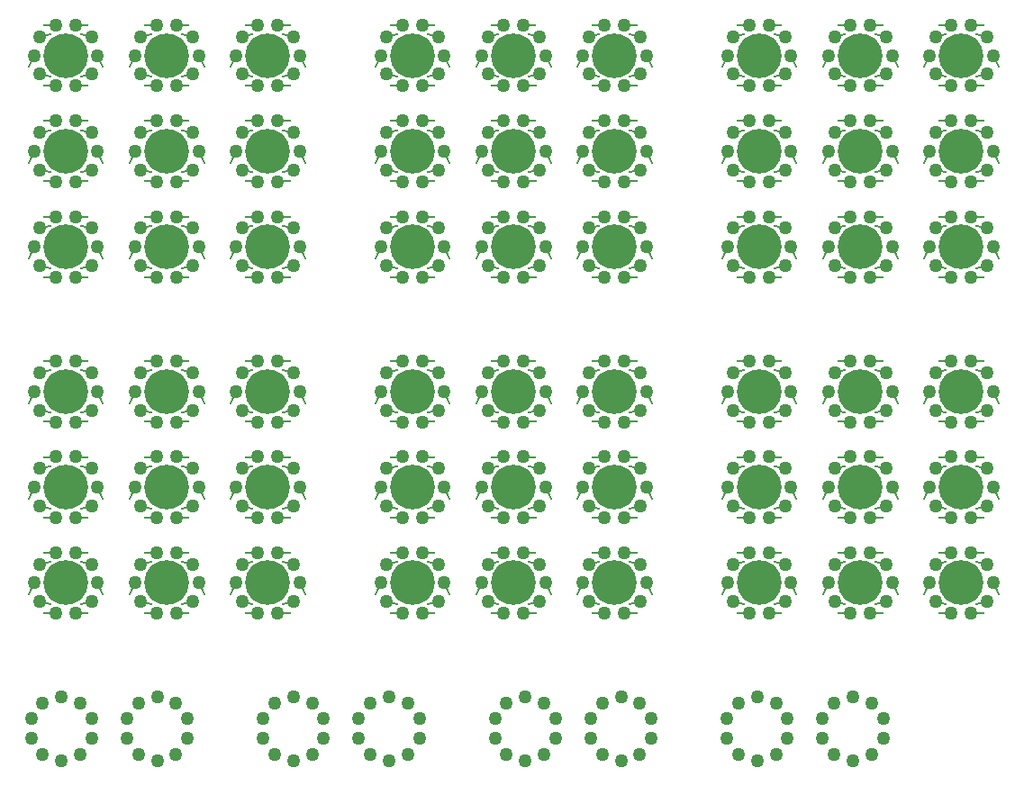
<source format=gtl>
G04 #@! TF.GenerationSoftware,KiCad,Pcbnew,7.0.11*
G04 #@! TF.CreationDate,2024-05-30T18:22:33+10:00*
G04 #@! TF.ProjectId,PercPlugPanel_v1.02,50657263-506c-4756-9750-616e656c5f76,rev?*
G04 #@! TF.SameCoordinates,Original*
G04 #@! TF.FileFunction,Copper,L1,Top*
G04 #@! TF.FilePolarity,Positive*
%FSLAX46Y46*%
G04 Gerber Fmt 4.6, Leading zero omitted, Abs format (unit mm)*
G04 Created by KiCad (PCBNEW 7.0.11) date 2024-05-30 18:22:33*
%MOMM*%
%LPD*%
G01*
G04 APERTURE LIST*
G04 Aperture macros list*
%AMRoundRect*
0 Rectangle with rounded corners*
0 $1 Rounding radius*
0 $2 $3 $4 $5 $6 $7 $8 $9 X,Y pos of 4 corners*
0 Add a 4 corners polygon primitive as box body*
4,1,4,$2,$3,$4,$5,$6,$7,$8,$9,$2,$3,0*
0 Add four circle primitives for the rounded corners*
1,1,$1+$1,$2,$3*
1,1,$1+$1,$4,$5*
1,1,$1+$1,$6,$7*
1,1,$1+$1,$8,$9*
0 Add four rect primitives between the rounded corners*
20,1,$1+$1,$2,$3,$4,$5,0*
20,1,$1+$1,$4,$5,$6,$7,0*
20,1,$1+$1,$6,$7,$8,$9,0*
20,1,$1+$1,$8,$9,$2,$3,0*%
G04 Aperture macros list end*
G04 #@! TA.AperFunction,ComponentPad*
%ADD10C,1.270000*%
G04 #@! TD*
G04 #@! TA.AperFunction,SMDPad,CuDef*
%ADD11RoundRect,0.635000X0.000000X0.000000X0.000000X0.000000X0.000000X0.000000X0.000000X0.000000X0*%
G04 #@! TD*
G04 #@! TA.AperFunction,SMDPad,CuDef*
%ADD12RoundRect,2.100000X0.000000X0.000000X0.000000X0.000000X0.000000X0.000000X0.000000X0.000000X0*%
G04 #@! TD*
G04 #@! TA.AperFunction,ComponentPad*
%ADD13C,0.254000*%
G04 #@! TD*
G04 #@! TA.AperFunction,Conductor*
%ADD14C,0.152400*%
G04 #@! TD*
G04 APERTURE END LIST*
D10*
X87548890Y-120222297D03*
X88638705Y-121722297D03*
X90402058Y-122295247D03*
X92165411Y-121722297D03*
X93255226Y-120222297D03*
X93255226Y-118368197D03*
X92165411Y-116868197D03*
X90402058Y-116295247D03*
X88638705Y-116868197D03*
X87548890Y-118368197D03*
X62457689Y-118372947D03*
X61367874Y-116872947D03*
X59604521Y-116299997D03*
X57841168Y-116872947D03*
X56751353Y-118372947D03*
X56751353Y-120227047D03*
X57841168Y-121727047D03*
X59604521Y-122299997D03*
X61367874Y-121727047D03*
X62457689Y-120227047D03*
D11*
X68572950Y-62146832D03*
X67072950Y-63236647D03*
X66500000Y-65000000D03*
X67072950Y-66763353D03*
X68572950Y-67853168D03*
X70427050Y-67853168D03*
X71927050Y-66763353D03*
X72500000Y-65000000D03*
X71927050Y-63236647D03*
X70427050Y-62146832D03*
D12*
X69500000Y-65000000D03*
D13*
X67441404Y-62168882D03*
X68059929Y-63017910D03*
X66000000Y-66082268D03*
X68059929Y-66982090D03*
X67442610Y-67831996D03*
X71557103Y-67831118D03*
X70940071Y-66982090D03*
X73000000Y-66080846D03*
X70940071Y-63017910D03*
X71555896Y-62168004D03*
D11*
X143272950Y-71146832D03*
X141772950Y-72236647D03*
X141200000Y-74000000D03*
X141772950Y-75763353D03*
X143272950Y-76853168D03*
X145127050Y-76853168D03*
X146627050Y-75763353D03*
X147200000Y-74000000D03*
X146627050Y-72236647D03*
X145127050Y-71146832D03*
D12*
X144200000Y-74000000D03*
D13*
X142141404Y-71168882D03*
X142759929Y-72017910D03*
X140700000Y-75082268D03*
X142759929Y-75982090D03*
X142142610Y-76831996D03*
X146257103Y-76831118D03*
X145640071Y-75982090D03*
X147700000Y-75080846D03*
X145640071Y-72017910D03*
X146255896Y-71168004D03*
D11*
X59072951Y-84746832D03*
X57572951Y-85836647D03*
X57000001Y-87600000D03*
X57572951Y-89363353D03*
X59072951Y-90453168D03*
X60927051Y-90453168D03*
X62427051Y-89363353D03*
X63000001Y-87600000D03*
X62427051Y-85836647D03*
X60927051Y-84746832D03*
D12*
X60000001Y-87600000D03*
D13*
X57941405Y-84768882D03*
X58559930Y-85617910D03*
X56500001Y-88682268D03*
X58559930Y-89582090D03*
X57942611Y-90431996D03*
X62057104Y-90431118D03*
X61440072Y-89582090D03*
X63500001Y-88680846D03*
X61440072Y-85617910D03*
X62055897Y-84768004D03*
D11*
X101172950Y-93746832D03*
X99672950Y-94836647D03*
X99100000Y-96600000D03*
X99672950Y-98363353D03*
X101172950Y-99453168D03*
X103027050Y-99453168D03*
X104527050Y-98363353D03*
X105100000Y-96600000D03*
X104527050Y-94836647D03*
X103027050Y-93746832D03*
D12*
X102100000Y-96600000D03*
D13*
X100041404Y-93768882D03*
X100659929Y-94617910D03*
X98600000Y-97682268D03*
X100659929Y-98582090D03*
X100042610Y-99431996D03*
X104157103Y-99431118D03*
X103540071Y-98582090D03*
X105600000Y-97680846D03*
X103540071Y-94617910D03*
X104155896Y-93768004D03*
D11*
X124272951Y-84746832D03*
X122772951Y-85836647D03*
X122200001Y-87600000D03*
X122772951Y-89363353D03*
X124272951Y-90453168D03*
X126127051Y-90453168D03*
X127627051Y-89363353D03*
X128200001Y-87600000D03*
X127627051Y-85836647D03*
X126127051Y-84746832D03*
D12*
X125200001Y-87600000D03*
D13*
X123141405Y-84768882D03*
X123759930Y-85617910D03*
X121700001Y-88682268D03*
X123759930Y-89582090D03*
X123142611Y-90431996D03*
X127257104Y-90431118D03*
X126640072Y-89582090D03*
X128700001Y-88680846D03*
X126640072Y-85617910D03*
X127255897Y-84768004D03*
D11*
X78072950Y-84746832D03*
X76572950Y-85836647D03*
X76000000Y-87600000D03*
X76572950Y-89363353D03*
X78072950Y-90453168D03*
X79927050Y-90453168D03*
X81427050Y-89363353D03*
X82000000Y-87600000D03*
X81427050Y-85836647D03*
X79927050Y-84746832D03*
D12*
X79000000Y-87600000D03*
D13*
X76941404Y-84768882D03*
X77559929Y-85617910D03*
X75500000Y-88682268D03*
X77559929Y-89582090D03*
X76942610Y-90431996D03*
X81057103Y-90431118D03*
X80440071Y-89582090D03*
X82500000Y-88680846D03*
X80440071Y-85617910D03*
X81055896Y-84768004D03*
D11*
X101172950Y-84746832D03*
X99672950Y-85836647D03*
X99100000Y-87600000D03*
X99672950Y-89363353D03*
X101172950Y-90453168D03*
X103027050Y-90453168D03*
X104527050Y-89363353D03*
X105100000Y-87600000D03*
X104527050Y-85836647D03*
X103027050Y-84746832D03*
D12*
X102100000Y-87600000D03*
D13*
X100041404Y-84768882D03*
X100659929Y-85617910D03*
X98600000Y-88682268D03*
X100659929Y-89582090D03*
X100042610Y-90431996D03*
X104157103Y-90431118D03*
X103540071Y-89582090D03*
X105600000Y-88680846D03*
X103540071Y-85617910D03*
X104155896Y-84768004D03*
D11*
X133772950Y-71146832D03*
X132272950Y-72236647D03*
X131700000Y-74000000D03*
X132272950Y-75763353D03*
X133772950Y-76853168D03*
X135627050Y-76853168D03*
X137127050Y-75763353D03*
X137700000Y-74000000D03*
X137127050Y-72236647D03*
X135627050Y-71146832D03*
D12*
X134700000Y-74000000D03*
D13*
X132641404Y-71168882D03*
X133259929Y-72017910D03*
X131200000Y-75082268D03*
X133259929Y-75982090D03*
X132642610Y-76831996D03*
X136757103Y-76831118D03*
X136140071Y-75982090D03*
X138200000Y-75080846D03*
X136140071Y-72017910D03*
X136755896Y-71168004D03*
D11*
X78072950Y-93746832D03*
X76572950Y-94836647D03*
X76000000Y-96600000D03*
X76572950Y-98363353D03*
X78072950Y-99453168D03*
X79927050Y-99453168D03*
X81427050Y-98363353D03*
X82000000Y-96600000D03*
X81427050Y-94836647D03*
X79927050Y-93746832D03*
D12*
X79000000Y-96600000D03*
D13*
X76941404Y-93768882D03*
X77559929Y-94617910D03*
X75500000Y-97682268D03*
X77559929Y-98582090D03*
X76942610Y-99431996D03*
X81057103Y-99431118D03*
X80440071Y-98582090D03*
X82500000Y-97680846D03*
X80440071Y-94617910D03*
X81055896Y-93768004D03*
D10*
X127857689Y-118372947D03*
X126767874Y-116872947D03*
X125004521Y-116299997D03*
X123241168Y-116872947D03*
X122151353Y-118372947D03*
X122151353Y-120227047D03*
X123241168Y-121727047D03*
X125004521Y-122299997D03*
X126767874Y-121727047D03*
X127857689Y-120227047D03*
D11*
X143272950Y-53146832D03*
X141772950Y-54236647D03*
X141200000Y-56000000D03*
X141772950Y-57763353D03*
X143272950Y-58853168D03*
X145127050Y-58853168D03*
X146627050Y-57763353D03*
X147200000Y-56000000D03*
X146627050Y-54236647D03*
X145127050Y-53146832D03*
D12*
X144200000Y-56000000D03*
D13*
X142141404Y-53168882D03*
X142759929Y-54017910D03*
X140700000Y-57082268D03*
X142759929Y-57982090D03*
X142142610Y-58831996D03*
X146257103Y-58831118D03*
X145640071Y-57982090D03*
X147700000Y-57080846D03*
X145640071Y-54017910D03*
X146255896Y-53168004D03*
D11*
X124272951Y-53146832D03*
X122772951Y-54236647D03*
X122200001Y-56000000D03*
X122772951Y-57763353D03*
X124272951Y-58853168D03*
X126127051Y-58853168D03*
X127627051Y-57763353D03*
X128200001Y-56000000D03*
X127627051Y-54236647D03*
X126127051Y-53146832D03*
D12*
X125200001Y-56000000D03*
D13*
X123141405Y-53168882D03*
X123759930Y-54017910D03*
X121700001Y-57082268D03*
X123759930Y-57982090D03*
X123142611Y-58831996D03*
X127257104Y-58831118D03*
X126640072Y-57982090D03*
X128700001Y-57080846D03*
X126640072Y-54017910D03*
X127255897Y-53168004D03*
D11*
X124272951Y-62146832D03*
X122772951Y-63236647D03*
X122200001Y-65000000D03*
X122772951Y-66763353D03*
X124272951Y-67853168D03*
X126127051Y-67853168D03*
X127627051Y-66763353D03*
X128200001Y-65000000D03*
X127627051Y-63236647D03*
X126127051Y-62146832D03*
D12*
X125200001Y-65000000D03*
D13*
X123141405Y-62168882D03*
X123759930Y-63017910D03*
X121700001Y-66082268D03*
X123759930Y-66982090D03*
X123142611Y-67831996D03*
X127257104Y-67831118D03*
X126640072Y-66982090D03*
X128700001Y-66080846D03*
X126640072Y-63017910D03*
X127255897Y-62168004D03*
D11*
X91672951Y-93746832D03*
X90172951Y-94836647D03*
X89600001Y-96600000D03*
X90172951Y-98363353D03*
X91672951Y-99453168D03*
X93527051Y-99453168D03*
X95027051Y-98363353D03*
X95600001Y-96600000D03*
X95027051Y-94836647D03*
X93527051Y-93746832D03*
D12*
X92600001Y-96600000D03*
D13*
X90541405Y-93768882D03*
X91159930Y-94617910D03*
X89100001Y-97682268D03*
X91159930Y-98582090D03*
X90542611Y-99431996D03*
X94657104Y-99431118D03*
X94040072Y-98582090D03*
X96100001Y-97680846D03*
X94040072Y-94617910D03*
X94655897Y-93768004D03*
D11*
X133772950Y-93746832D03*
X132272950Y-94836647D03*
X131700000Y-96600000D03*
X132272950Y-98363353D03*
X133772950Y-99453168D03*
X135627050Y-99453168D03*
X137127050Y-98363353D03*
X137700000Y-96600000D03*
X137127050Y-94836647D03*
X135627050Y-93746832D03*
D12*
X134700000Y-96600000D03*
D13*
X132641404Y-93768882D03*
X133259929Y-94617910D03*
X131200000Y-97682268D03*
X133259929Y-98582090D03*
X132642610Y-99431996D03*
X136757103Y-99431118D03*
X136140071Y-98582090D03*
X138200000Y-97680846D03*
X136140071Y-94617910D03*
X136755896Y-93768004D03*
D11*
X143272950Y-102746832D03*
X141772950Y-103836647D03*
X141200000Y-105600000D03*
X141772950Y-107363353D03*
X143272950Y-108453168D03*
X145127050Y-108453168D03*
X146627050Y-107363353D03*
X147200000Y-105600000D03*
X146627050Y-103836647D03*
X145127050Y-102746832D03*
D12*
X144200000Y-105600000D03*
D13*
X142141404Y-102768882D03*
X142759929Y-103617910D03*
X140700000Y-106682268D03*
X142759929Y-107582090D03*
X142142610Y-108431996D03*
X146257103Y-108431118D03*
X145640071Y-107582090D03*
X147700000Y-106680846D03*
X145640071Y-103617910D03*
X146255896Y-102768004D03*
D11*
X133772950Y-62146832D03*
X132272950Y-63236647D03*
X131700000Y-65000000D03*
X132272950Y-66763353D03*
X133772950Y-67853168D03*
X135627050Y-67853168D03*
X137127050Y-66763353D03*
X137700000Y-65000000D03*
X137127050Y-63236647D03*
X135627050Y-62146832D03*
D12*
X134700000Y-65000000D03*
D13*
X132641404Y-62168882D03*
X133259929Y-63017910D03*
X131200000Y-66082268D03*
X133259929Y-66982090D03*
X132642610Y-67831996D03*
X136757103Y-67831118D03*
X136140071Y-66982090D03*
X138200000Y-66080846D03*
X136140071Y-63017910D03*
X136755896Y-62168004D03*
D10*
X106057689Y-118372947D03*
X104967874Y-116872947D03*
X103204521Y-116299997D03*
X101441168Y-116872947D03*
X100351353Y-118372947D03*
X100351353Y-120227047D03*
X101441168Y-121727047D03*
X103204521Y-122299997D03*
X104967874Y-121727047D03*
X106057689Y-120227047D03*
D11*
X124272951Y-71146832D03*
X122772951Y-72236647D03*
X122200001Y-74000000D03*
X122772951Y-75763353D03*
X124272951Y-76853168D03*
X126127051Y-76853168D03*
X127627051Y-75763353D03*
X128200001Y-74000000D03*
X127627051Y-72236647D03*
X126127051Y-71146832D03*
D12*
X125200001Y-74000000D03*
D13*
X123141405Y-71168882D03*
X123759930Y-72017910D03*
X121700001Y-75082268D03*
X123759930Y-75982090D03*
X123142611Y-76831996D03*
X127257104Y-76831118D03*
X126640072Y-75982090D03*
X128700001Y-75080846D03*
X126640072Y-72017910D03*
X127255897Y-71168004D03*
D11*
X133772950Y-102746832D03*
X132272950Y-103836647D03*
X131700000Y-105600000D03*
X132272950Y-107363353D03*
X133772950Y-108453168D03*
X135627050Y-108453168D03*
X137127050Y-107363353D03*
X137700000Y-105600000D03*
X137127050Y-103836647D03*
X135627050Y-102746832D03*
D12*
X134700000Y-105600000D03*
D13*
X132641404Y-102768882D03*
X133259929Y-103617910D03*
X131200000Y-106682268D03*
X133259929Y-107582090D03*
X132642610Y-108431996D03*
X136757103Y-108431118D03*
X136140071Y-107582090D03*
X138200000Y-106680846D03*
X136140071Y-103617910D03*
X136755896Y-102768004D03*
D11*
X110672950Y-62146832D03*
X109172950Y-63236647D03*
X108600000Y-65000000D03*
X109172950Y-66763353D03*
X110672950Y-67853168D03*
X112527050Y-67853168D03*
X114027050Y-66763353D03*
X114600000Y-65000000D03*
X114027050Y-63236647D03*
X112527050Y-62146832D03*
D12*
X111600000Y-65000000D03*
D13*
X109541404Y-62168882D03*
X110159929Y-63017910D03*
X108100000Y-66082268D03*
X110159929Y-66982090D03*
X109542610Y-67831996D03*
X113657103Y-67831118D03*
X113040071Y-66982090D03*
X115100000Y-66080846D03*
X113040071Y-63017910D03*
X113655896Y-62168004D03*
D11*
X91672951Y-102746832D03*
X90172951Y-103836647D03*
X89600001Y-105600000D03*
X90172951Y-107363353D03*
X91672951Y-108453168D03*
X93527051Y-108453168D03*
X95027051Y-107363353D03*
X95600001Y-105600000D03*
X95027051Y-103836647D03*
X93527051Y-102746832D03*
D12*
X92600001Y-105600000D03*
D13*
X90541405Y-102768882D03*
X91159930Y-103617910D03*
X89100001Y-106682268D03*
X91159930Y-107582090D03*
X90542611Y-108431996D03*
X94657104Y-108431118D03*
X94040072Y-107582090D03*
X96100001Y-106680846D03*
X94040072Y-103617910D03*
X94655897Y-102768004D03*
D10*
X131148890Y-120222297D03*
X132238705Y-121722297D03*
X134002058Y-122295247D03*
X135765411Y-121722297D03*
X136855226Y-120222297D03*
X136855226Y-118368197D03*
X135765411Y-116868197D03*
X134002058Y-116295247D03*
X132238705Y-116868197D03*
X131148890Y-118368197D03*
D11*
X110672950Y-53146832D03*
X109172950Y-54236647D03*
X108600000Y-56000000D03*
X109172950Y-57763353D03*
X110672950Y-58853168D03*
X112527050Y-58853168D03*
X114027050Y-57763353D03*
X114600000Y-56000000D03*
X114027050Y-54236647D03*
X112527050Y-53146832D03*
D12*
X111600000Y-56000000D03*
D13*
X109541404Y-53168882D03*
X110159929Y-54017910D03*
X108100000Y-57082268D03*
X110159929Y-57982090D03*
X109542610Y-58831996D03*
X113657103Y-58831118D03*
X113040071Y-57982090D03*
X115100000Y-57080846D03*
X113040071Y-54017910D03*
X113655896Y-53168004D03*
D11*
X91672951Y-71146832D03*
X90172951Y-72236647D03*
X89600001Y-74000000D03*
X90172951Y-75763353D03*
X91672951Y-76853168D03*
X93527051Y-76853168D03*
X95027051Y-75763353D03*
X95600001Y-74000000D03*
X95027051Y-72236647D03*
X93527051Y-71146832D03*
D12*
X92600001Y-74000000D03*
D13*
X90541405Y-71168882D03*
X91159930Y-72017910D03*
X89100001Y-75082268D03*
X91159930Y-75982090D03*
X90542611Y-76831996D03*
X94657104Y-76831118D03*
X94040072Y-75982090D03*
X96100001Y-75080846D03*
X94040072Y-72017910D03*
X94655897Y-71168004D03*
D11*
X68572950Y-84746832D03*
X67072950Y-85836647D03*
X66500000Y-87600000D03*
X67072950Y-89363353D03*
X68572950Y-90453168D03*
X70427050Y-90453168D03*
X71927050Y-89363353D03*
X72500000Y-87600000D03*
X71927050Y-85836647D03*
X70427050Y-84746832D03*
D12*
X69500000Y-87600000D03*
D13*
X67441404Y-84768882D03*
X68059929Y-85617910D03*
X66000000Y-88682268D03*
X68059929Y-89582090D03*
X67442610Y-90431996D03*
X71557103Y-90431118D03*
X70940071Y-89582090D03*
X73000000Y-88680846D03*
X70940071Y-85617910D03*
X71555896Y-84768004D03*
D11*
X59072951Y-71146832D03*
X57572951Y-72236647D03*
X57000001Y-74000000D03*
X57572951Y-75763353D03*
X59072951Y-76853168D03*
X60927051Y-76853168D03*
X62427051Y-75763353D03*
X63000001Y-74000000D03*
X62427051Y-72236647D03*
X60927051Y-71146832D03*
D12*
X60000001Y-74000000D03*
D13*
X57941405Y-71168882D03*
X58559930Y-72017910D03*
X56500001Y-75082268D03*
X58559930Y-75982090D03*
X57942611Y-76831996D03*
X62057104Y-76831118D03*
X61440072Y-75982090D03*
X63500001Y-75080846D03*
X61440072Y-72017910D03*
X62055897Y-71168004D03*
D11*
X101172950Y-102746832D03*
X99672950Y-103836647D03*
X99100000Y-105600000D03*
X99672950Y-107363353D03*
X101172950Y-108453168D03*
X103027050Y-108453168D03*
X104527050Y-107363353D03*
X105100000Y-105600000D03*
X104527050Y-103836647D03*
X103027050Y-102746832D03*
D12*
X102100000Y-105600000D03*
D13*
X100041404Y-102768882D03*
X100659929Y-103617910D03*
X98600000Y-106682268D03*
X100659929Y-107582090D03*
X100042610Y-108431996D03*
X104157103Y-108431118D03*
X103540071Y-107582090D03*
X105600000Y-106680846D03*
X103540071Y-103617910D03*
X104155896Y-102768004D03*
D11*
X133772950Y-53146832D03*
X132272950Y-54236647D03*
X131700000Y-56000000D03*
X132272950Y-57763353D03*
X133772950Y-58853168D03*
X135627050Y-58853168D03*
X137127050Y-57763353D03*
X137700000Y-56000000D03*
X137127050Y-54236647D03*
X135627050Y-53146832D03*
D12*
X134700000Y-56000000D03*
D13*
X132641404Y-53168882D03*
X133259929Y-54017910D03*
X131200000Y-57082268D03*
X133259929Y-57982090D03*
X132642610Y-58831996D03*
X136757103Y-58831118D03*
X136140071Y-57982090D03*
X138200000Y-57080846D03*
X136140071Y-54017910D03*
X136755896Y-53168004D03*
D10*
X84257689Y-118372947D03*
X83167874Y-116872947D03*
X81404521Y-116299997D03*
X79641168Y-116872947D03*
X78551353Y-118372947D03*
X78551353Y-120227047D03*
X79641168Y-121727047D03*
X81404521Y-122299997D03*
X83167874Y-121727047D03*
X84257689Y-120227047D03*
D11*
X124272951Y-102746832D03*
X122772951Y-103836647D03*
X122200001Y-105600000D03*
X122772951Y-107363353D03*
X124272951Y-108453168D03*
X126127051Y-108453168D03*
X127627051Y-107363353D03*
X128200001Y-105600000D03*
X127627051Y-103836647D03*
X126127051Y-102746832D03*
D12*
X125200001Y-105600000D03*
D13*
X123141405Y-102768882D03*
X123759930Y-103617910D03*
X121700001Y-106682268D03*
X123759930Y-107582090D03*
X123142611Y-108431996D03*
X127257104Y-108431118D03*
X126640072Y-107582090D03*
X128700001Y-106680846D03*
X126640072Y-103617910D03*
X127255897Y-102768004D03*
D11*
X59072951Y-53146832D03*
X57572951Y-54236647D03*
X57000001Y-56000000D03*
X57572951Y-57763353D03*
X59072951Y-58853168D03*
X60927051Y-58853168D03*
X62427051Y-57763353D03*
X63000001Y-56000000D03*
X62427051Y-54236647D03*
X60927051Y-53146832D03*
D12*
X60000001Y-56000000D03*
D13*
X57941405Y-53168882D03*
X58559930Y-54017910D03*
X56500001Y-57082268D03*
X58559930Y-57982090D03*
X57942611Y-58831996D03*
X62057104Y-58831118D03*
X61440072Y-57982090D03*
X63500001Y-57080846D03*
X61440072Y-54017910D03*
X62055897Y-53168004D03*
D11*
X91672951Y-53146832D03*
X90172951Y-54236647D03*
X89600001Y-56000000D03*
X90172951Y-57763353D03*
X91672951Y-58853168D03*
X93527051Y-58853168D03*
X95027051Y-57763353D03*
X95600001Y-56000000D03*
X95027051Y-54236647D03*
X93527051Y-53146832D03*
D12*
X92600001Y-56000000D03*
D13*
X90541405Y-53168882D03*
X91159930Y-54017910D03*
X89100001Y-57082268D03*
X91159930Y-57982090D03*
X90542611Y-58831996D03*
X94657104Y-58831118D03*
X94040072Y-57982090D03*
X96100001Y-57080846D03*
X94040072Y-54017910D03*
X94655897Y-53168004D03*
D11*
X78072950Y-102746832D03*
X76572950Y-103836647D03*
X76000000Y-105600000D03*
X76572950Y-107363353D03*
X78072950Y-108453168D03*
X79927050Y-108453168D03*
X81427050Y-107363353D03*
X82000000Y-105600000D03*
X81427050Y-103836647D03*
X79927050Y-102746832D03*
D12*
X79000000Y-105600000D03*
D13*
X76941404Y-102768882D03*
X77559929Y-103617910D03*
X75500000Y-106682268D03*
X77559929Y-107582090D03*
X76942610Y-108431996D03*
X81057103Y-108431118D03*
X80440071Y-107582090D03*
X82500000Y-106680846D03*
X80440071Y-103617910D03*
X81055896Y-102768004D03*
D11*
X68572950Y-93746832D03*
X67072950Y-94836647D03*
X66500000Y-96600000D03*
X67072950Y-98363353D03*
X68572950Y-99453168D03*
X70427050Y-99453168D03*
X71927050Y-98363353D03*
X72500000Y-96600000D03*
X71927050Y-94836647D03*
X70427050Y-93746832D03*
D12*
X69500000Y-96600000D03*
D13*
X67441404Y-93768882D03*
X68059929Y-94617910D03*
X66000000Y-97682268D03*
X68059929Y-98582090D03*
X67442610Y-99431996D03*
X71557103Y-99431118D03*
X70940071Y-98582090D03*
X73000000Y-97680846D03*
X70940071Y-94617910D03*
X71555896Y-93768004D03*
D11*
X59072951Y-102746832D03*
X57572951Y-103836647D03*
X57000001Y-105600000D03*
X57572951Y-107363353D03*
X59072951Y-108453168D03*
X60927051Y-108453168D03*
X62427051Y-107363353D03*
X63000001Y-105600000D03*
X62427051Y-103836647D03*
X60927051Y-102746832D03*
D12*
X60000001Y-105600000D03*
D13*
X57941405Y-102768882D03*
X58559930Y-103617910D03*
X56500001Y-106682268D03*
X58559930Y-107582090D03*
X57942611Y-108431996D03*
X62057104Y-108431118D03*
X61440072Y-107582090D03*
X63500001Y-106680846D03*
X61440072Y-103617910D03*
X62055897Y-102768004D03*
D11*
X143272950Y-93746832D03*
X141772950Y-94836647D03*
X141200000Y-96600000D03*
X141772950Y-98363353D03*
X143272950Y-99453168D03*
X145127050Y-99453168D03*
X146627050Y-98363353D03*
X147200000Y-96600000D03*
X146627050Y-94836647D03*
X145127050Y-93746832D03*
D12*
X144200000Y-96600000D03*
D13*
X142141404Y-93768882D03*
X142759929Y-94617910D03*
X140700000Y-97682268D03*
X142759929Y-98582090D03*
X142142610Y-99431996D03*
X146257103Y-99431118D03*
X145640071Y-98582090D03*
X147700000Y-97680846D03*
X145640071Y-94617910D03*
X146255896Y-93768004D03*
D11*
X78072950Y-71146832D03*
X76572950Y-72236647D03*
X76000000Y-74000000D03*
X76572950Y-75763353D03*
X78072950Y-76853168D03*
X79927050Y-76853168D03*
X81427050Y-75763353D03*
X82000000Y-74000000D03*
X81427050Y-72236647D03*
X79927050Y-71146832D03*
D12*
X79000000Y-74000000D03*
D13*
X76941404Y-71168882D03*
X77559929Y-72017910D03*
X75500000Y-75082268D03*
X77559929Y-75982090D03*
X76942610Y-76831996D03*
X81057103Y-76831118D03*
X80440071Y-75982090D03*
X82500000Y-75080846D03*
X80440071Y-72017910D03*
X81055896Y-71168004D03*
D11*
X124272951Y-93746832D03*
X122772951Y-94836647D03*
X122200001Y-96600000D03*
X122772951Y-98363353D03*
X124272951Y-99453168D03*
X126127051Y-99453168D03*
X127627051Y-98363353D03*
X128200001Y-96600000D03*
X127627051Y-94836647D03*
X126127051Y-93746832D03*
D12*
X125200001Y-96600000D03*
D13*
X123141405Y-93768882D03*
X123759930Y-94617910D03*
X121700001Y-97682268D03*
X123759930Y-98582090D03*
X123142611Y-99431996D03*
X127257104Y-99431118D03*
X126640072Y-98582090D03*
X128700001Y-97680846D03*
X126640072Y-94617910D03*
X127255897Y-93768004D03*
D11*
X68572950Y-102746832D03*
X67072950Y-103836647D03*
X66500000Y-105600000D03*
X67072950Y-107363353D03*
X68572950Y-108453168D03*
X70427050Y-108453168D03*
X71927050Y-107363353D03*
X72500000Y-105600000D03*
X71927050Y-103836647D03*
X70427050Y-102746832D03*
D12*
X69500000Y-105600000D03*
D13*
X67441404Y-102768882D03*
X68059929Y-103617910D03*
X66000000Y-106682268D03*
X68059929Y-107582090D03*
X67442610Y-108431996D03*
X71557103Y-108431118D03*
X70940071Y-107582090D03*
X73000000Y-106680846D03*
X70940071Y-103617910D03*
X71555896Y-102768004D03*
D11*
X110672950Y-93746832D03*
X109172950Y-94836647D03*
X108600000Y-96600000D03*
X109172950Y-98363353D03*
X110672950Y-99453168D03*
X112527050Y-99453168D03*
X114027050Y-98363353D03*
X114600000Y-96600000D03*
X114027050Y-94836647D03*
X112527050Y-93746832D03*
D12*
X111600000Y-96600000D03*
D13*
X109541404Y-93768882D03*
X110159929Y-94617910D03*
X108100000Y-97682268D03*
X110159929Y-98582090D03*
X109542610Y-99431996D03*
X113657103Y-99431118D03*
X113040071Y-98582090D03*
X115100000Y-97680846D03*
X113040071Y-94617910D03*
X113655896Y-93768004D03*
D11*
X133772950Y-84746832D03*
X132272950Y-85836647D03*
X131700000Y-87600000D03*
X132272950Y-89363353D03*
X133772950Y-90453168D03*
X135627050Y-90453168D03*
X137127050Y-89363353D03*
X137700000Y-87600000D03*
X137127050Y-85836647D03*
X135627050Y-84746832D03*
D12*
X134700000Y-87600000D03*
D13*
X132641404Y-84768882D03*
X133259929Y-85617910D03*
X131200000Y-88682268D03*
X133259929Y-89582090D03*
X132642610Y-90431996D03*
X136757103Y-90431118D03*
X136140071Y-89582090D03*
X138200000Y-88680846D03*
X136140071Y-85617910D03*
X136755896Y-84768004D03*
D11*
X59072951Y-62146832D03*
X57572951Y-63236647D03*
X57000001Y-65000000D03*
X57572951Y-66763353D03*
X59072951Y-67853168D03*
X60927051Y-67853168D03*
X62427051Y-66763353D03*
X63000001Y-65000000D03*
X62427051Y-63236647D03*
X60927051Y-62146832D03*
D12*
X60000001Y-65000000D03*
D13*
X57941405Y-62168882D03*
X58559930Y-63017910D03*
X56500001Y-66082268D03*
X58559930Y-66982090D03*
X57942611Y-67831996D03*
X62057104Y-67831118D03*
X61440072Y-66982090D03*
X63500001Y-66080846D03*
X61440072Y-63017910D03*
X62055897Y-62168004D03*
D11*
X68572950Y-53146832D03*
X67072950Y-54236647D03*
X66500000Y-56000000D03*
X67072950Y-57763353D03*
X68572950Y-58853168D03*
X70427050Y-58853168D03*
X71927050Y-57763353D03*
X72500000Y-56000000D03*
X71927050Y-54236647D03*
X70427050Y-53146832D03*
D12*
X69500000Y-56000000D03*
D13*
X67441404Y-53168882D03*
X68059929Y-54017910D03*
X66000000Y-57082268D03*
X68059929Y-57982090D03*
X67442610Y-58831996D03*
X71557103Y-58831118D03*
X70940071Y-57982090D03*
X73000000Y-57080846D03*
X70940071Y-54017910D03*
X71555896Y-53168004D03*
D11*
X59072951Y-93746832D03*
X57572951Y-94836647D03*
X57000001Y-96600000D03*
X57572951Y-98363353D03*
X59072951Y-99453168D03*
X60927051Y-99453168D03*
X62427051Y-98363353D03*
X63000001Y-96600000D03*
X62427051Y-94836647D03*
X60927051Y-93746832D03*
D12*
X60000001Y-96600000D03*
D13*
X57941405Y-93768882D03*
X58559930Y-94617910D03*
X56500001Y-97682268D03*
X58559930Y-98582090D03*
X57942611Y-99431996D03*
X62057104Y-99431118D03*
X61440072Y-98582090D03*
X63500001Y-97680846D03*
X61440072Y-94617910D03*
X62055897Y-93768004D03*
D10*
X65748890Y-120222297D03*
X66838705Y-121722297D03*
X68602058Y-122295247D03*
X70365411Y-121722297D03*
X71455226Y-120222297D03*
X71455226Y-118368197D03*
X70365411Y-116868197D03*
X68602058Y-116295247D03*
X66838705Y-116868197D03*
X65748890Y-118368197D03*
D11*
X143272950Y-84746832D03*
X141772950Y-85836647D03*
X141200000Y-87600000D03*
X141772950Y-89363353D03*
X143272950Y-90453168D03*
X145127050Y-90453168D03*
X146627050Y-89363353D03*
X147200000Y-87600000D03*
X146627050Y-85836647D03*
X145127050Y-84746832D03*
D12*
X144200000Y-87600000D03*
D13*
X142141404Y-84768882D03*
X142759929Y-85617910D03*
X140700000Y-88682268D03*
X142759929Y-89582090D03*
X142142610Y-90431996D03*
X146257103Y-90431118D03*
X145640071Y-89582090D03*
X147700000Y-88680846D03*
X145640071Y-85617910D03*
X146255896Y-84768004D03*
D11*
X110672950Y-84746832D03*
X109172950Y-85836647D03*
X108600000Y-87600000D03*
X109172950Y-89363353D03*
X110672950Y-90453168D03*
X112527050Y-90453168D03*
X114027050Y-89363353D03*
X114600000Y-87600000D03*
X114027050Y-85836647D03*
X112527050Y-84746832D03*
D12*
X111600000Y-87600000D03*
D13*
X109541404Y-84768882D03*
X110159929Y-85617910D03*
X108100000Y-88682268D03*
X110159929Y-89582090D03*
X109542610Y-90431996D03*
X113657103Y-90431118D03*
X113040071Y-89582090D03*
X115100000Y-88680846D03*
X113040071Y-85617910D03*
X113655896Y-84768004D03*
D11*
X143272950Y-62146832D03*
X141772950Y-63236647D03*
X141200000Y-65000000D03*
X141772950Y-66763353D03*
X143272950Y-67853168D03*
X145127050Y-67853168D03*
X146627050Y-66763353D03*
X147200000Y-65000000D03*
X146627050Y-63236647D03*
X145127050Y-62146832D03*
D12*
X144200000Y-65000000D03*
D13*
X142141404Y-62168882D03*
X142759929Y-63017910D03*
X140700000Y-66082268D03*
X142759929Y-66982090D03*
X142142610Y-67831996D03*
X146257103Y-67831118D03*
X145640071Y-66982090D03*
X147700000Y-66080846D03*
X145640071Y-63017910D03*
X146255896Y-62168004D03*
D11*
X78072950Y-62146832D03*
X76572950Y-63236647D03*
X76000000Y-65000000D03*
X76572950Y-66763353D03*
X78072950Y-67853168D03*
X79927050Y-67853168D03*
X81427050Y-66763353D03*
X82000000Y-65000000D03*
X81427050Y-63236647D03*
X79927050Y-62146832D03*
D12*
X79000000Y-65000000D03*
D13*
X76941404Y-62168882D03*
X77559929Y-63017910D03*
X75500000Y-66082268D03*
X77559929Y-66982090D03*
X76942610Y-67831996D03*
X81057103Y-67831118D03*
X80440071Y-66982090D03*
X82500000Y-66080846D03*
X80440071Y-63017910D03*
X81055896Y-62168004D03*
D11*
X101172950Y-71146832D03*
X99672950Y-72236647D03*
X99100000Y-74000000D03*
X99672950Y-75763353D03*
X101172950Y-76853168D03*
X103027050Y-76853168D03*
X104527050Y-75763353D03*
X105100000Y-74000000D03*
X104527050Y-72236647D03*
X103027050Y-71146832D03*
D12*
X102100000Y-74000000D03*
D13*
X100041404Y-71168882D03*
X100659929Y-72017910D03*
X98600000Y-75082268D03*
X100659929Y-75982090D03*
X100042610Y-76831996D03*
X104157103Y-76831118D03*
X103540071Y-75982090D03*
X105600000Y-75080846D03*
X103540071Y-72017910D03*
X104155896Y-71168004D03*
D11*
X110672950Y-102746832D03*
X109172950Y-103836647D03*
X108600000Y-105600000D03*
X109172950Y-107363353D03*
X110672950Y-108453168D03*
X112527050Y-108453168D03*
X114027050Y-107363353D03*
X114600000Y-105600000D03*
X114027050Y-103836647D03*
X112527050Y-102746832D03*
D12*
X111600000Y-105600000D03*
D13*
X109541404Y-102768882D03*
X110159929Y-103617910D03*
X108100000Y-106682268D03*
X110159929Y-107582090D03*
X109542610Y-108431996D03*
X113657103Y-108431118D03*
X113040071Y-107582090D03*
X115100000Y-106680846D03*
X113040071Y-103617910D03*
X113655896Y-102768004D03*
D11*
X91672951Y-62146832D03*
X90172951Y-63236647D03*
X89600001Y-65000000D03*
X90172951Y-66763353D03*
X91672951Y-67853168D03*
X93527051Y-67853168D03*
X95027051Y-66763353D03*
X95600001Y-65000000D03*
X95027051Y-63236647D03*
X93527051Y-62146832D03*
D12*
X92600001Y-65000000D03*
D13*
X90541405Y-62168882D03*
X91159930Y-63017910D03*
X89100001Y-66082268D03*
X91159930Y-66982090D03*
X90542611Y-67831996D03*
X94657104Y-67831118D03*
X94040072Y-66982090D03*
X96100001Y-66080846D03*
X94040072Y-63017910D03*
X94655897Y-62168004D03*
D10*
X109348890Y-120222297D03*
X110438705Y-121722297D03*
X112202058Y-122295247D03*
X113965411Y-121722297D03*
X115055226Y-120222297D03*
X115055226Y-118368197D03*
X113965411Y-116868197D03*
X112202058Y-116295247D03*
X110438705Y-116868197D03*
X109348890Y-118368197D03*
D11*
X78072950Y-53146832D03*
X76572950Y-54236647D03*
X76000000Y-56000000D03*
X76572950Y-57763353D03*
X78072950Y-58853168D03*
X79927050Y-58853168D03*
X81427050Y-57763353D03*
X82000000Y-56000000D03*
X81427050Y-54236647D03*
X79927050Y-53146832D03*
D12*
X79000000Y-56000000D03*
D13*
X76941404Y-53168882D03*
X77559929Y-54017910D03*
X75500000Y-57082268D03*
X77559929Y-57982090D03*
X76942610Y-58831996D03*
X81057103Y-58831118D03*
X80440071Y-57982090D03*
X82500000Y-57080846D03*
X80440071Y-54017910D03*
X81055896Y-53168004D03*
D11*
X91672951Y-84746832D03*
X90172951Y-85836647D03*
X89600001Y-87600000D03*
X90172951Y-89363353D03*
X91672951Y-90453168D03*
X93527051Y-90453168D03*
X95027051Y-89363353D03*
X95600001Y-87600000D03*
X95027051Y-85836647D03*
X93527051Y-84746832D03*
D12*
X92600001Y-87600000D03*
D13*
X90541405Y-84768882D03*
X91159930Y-85617910D03*
X89100001Y-88682268D03*
X91159930Y-89582090D03*
X90542611Y-90431996D03*
X94657104Y-90431118D03*
X94040072Y-89582090D03*
X96100001Y-88680846D03*
X94040072Y-85617910D03*
X94655897Y-84768004D03*
D11*
X110672950Y-71146832D03*
X109172950Y-72236647D03*
X108600000Y-74000000D03*
X109172950Y-75763353D03*
X110672950Y-76853168D03*
X112527050Y-76853168D03*
X114027050Y-75763353D03*
X114600000Y-74000000D03*
X114027050Y-72236647D03*
X112527050Y-71146832D03*
D12*
X111600000Y-74000000D03*
D13*
X109541404Y-71168882D03*
X110159929Y-72017910D03*
X108100000Y-75082268D03*
X110159929Y-75982090D03*
X109542610Y-76831996D03*
X113657103Y-76831118D03*
X113040071Y-75982090D03*
X115100000Y-75080846D03*
X113040071Y-72017910D03*
X113655896Y-71168004D03*
D11*
X101172950Y-62146832D03*
X99672950Y-63236647D03*
X99100000Y-65000000D03*
X99672950Y-66763353D03*
X101172950Y-67853168D03*
X103027050Y-67853168D03*
X104527050Y-66763353D03*
X105100000Y-65000000D03*
X104527050Y-63236647D03*
X103027050Y-62146832D03*
D12*
X102100000Y-65000000D03*
D13*
X100041404Y-62168882D03*
X100659929Y-63017910D03*
X98600000Y-66082268D03*
X100659929Y-66982090D03*
X100042610Y-67831996D03*
X104157103Y-67831118D03*
X103540071Y-66982090D03*
X105600000Y-66080846D03*
X103540071Y-63017910D03*
X104155896Y-62168004D03*
D11*
X101172950Y-53146832D03*
X99672950Y-54236647D03*
X99100000Y-56000000D03*
X99672950Y-57763353D03*
X101172950Y-58853168D03*
X103027050Y-58853168D03*
X104527050Y-57763353D03*
X105100000Y-56000000D03*
X104527050Y-54236647D03*
X103027050Y-53146832D03*
D12*
X102100000Y-56000000D03*
D13*
X100041404Y-53168882D03*
X100659929Y-54017910D03*
X98600000Y-57082268D03*
X100659929Y-57982090D03*
X100042610Y-58831996D03*
X104157103Y-58831118D03*
X103540071Y-57982090D03*
X105600000Y-57080846D03*
X103540071Y-54017910D03*
X104155896Y-53168004D03*
D11*
X68572950Y-71146832D03*
X67072950Y-72236647D03*
X66500000Y-74000000D03*
X67072950Y-75763353D03*
X68572950Y-76853168D03*
X70427050Y-76853168D03*
X71927050Y-75763353D03*
X72500000Y-74000000D03*
X71927050Y-72236647D03*
X70427050Y-71146832D03*
D12*
X69500000Y-74000000D03*
D13*
X67441404Y-71168882D03*
X68059929Y-72017910D03*
X66000000Y-75082268D03*
X68059929Y-75982090D03*
X67442610Y-76831996D03*
X71557103Y-76831118D03*
X70940071Y-75982090D03*
X73000000Y-75080846D03*
X70940071Y-72017910D03*
X71555896Y-71168004D03*
D14*
X78072950Y-93746831D02*
X76941403Y-93768881D01*
X91672951Y-93746831D02*
X90541404Y-93768881D01*
X110672950Y-62146831D02*
X109541403Y-62168881D01*
X78072950Y-84746831D02*
X76941403Y-84768881D01*
X110672950Y-102746831D02*
X109541403Y-102768881D01*
X78072950Y-53146831D02*
X76941403Y-53168881D01*
X91672951Y-71146831D02*
X90541404Y-71168881D01*
X124272951Y-71146831D02*
X123141404Y-71168881D01*
X68572950Y-93746831D02*
X67441403Y-93768881D01*
X110672950Y-71146831D02*
X109541403Y-71168881D01*
X133772950Y-71146831D02*
X132641403Y-71168881D01*
X143272950Y-62146831D02*
X142141403Y-62168881D01*
X68572950Y-71146831D02*
X67441403Y-71168881D01*
X143272950Y-53146831D02*
X142141403Y-53168881D01*
X110672950Y-53146831D02*
X109541403Y-53168881D01*
X101172950Y-93746831D02*
X100041403Y-93768881D01*
X68572950Y-62146831D02*
X67441403Y-62168881D01*
X59072951Y-84746831D02*
X57941404Y-84768881D01*
X133772950Y-84746831D02*
X132641403Y-84768881D01*
X91672951Y-84746831D02*
X90541404Y-84768881D01*
X124272951Y-102746831D02*
X123141404Y-102768881D01*
X110672950Y-84746831D02*
X109541403Y-84768881D01*
X101172950Y-71146831D02*
X100041403Y-71168881D01*
X124272951Y-84746831D02*
X123141404Y-84768881D01*
X143272950Y-71146831D02*
X142141403Y-71168881D01*
X124272951Y-93746831D02*
X123141404Y-93768881D01*
X143272950Y-102746831D02*
X142141403Y-102768881D01*
X124272951Y-53146831D02*
X123141404Y-53168881D01*
X91672951Y-102746831D02*
X90541404Y-102768881D01*
X68572950Y-84746831D02*
X67441403Y-84768881D01*
X101172950Y-102746831D02*
X100041403Y-102768881D01*
X143272950Y-93746831D02*
X142141403Y-93768881D01*
X133772950Y-102746831D02*
X132641403Y-102768881D01*
X68572950Y-102746831D02*
X67441403Y-102768881D01*
X59072951Y-71146831D02*
X57941404Y-71168881D01*
X143272950Y-84746831D02*
X142141403Y-84768881D01*
X101172950Y-62146831D02*
X100041403Y-62168881D01*
X59072951Y-62146831D02*
X57941404Y-62168881D01*
X133772950Y-93746831D02*
X132641403Y-93768881D01*
X59072951Y-93746831D02*
X57941404Y-93768881D01*
X101172950Y-84746831D02*
X100041403Y-84768881D01*
X124272951Y-62146831D02*
X123141404Y-62168881D01*
X59072951Y-102746831D02*
X57941404Y-102768881D01*
X101172950Y-53146831D02*
X100041403Y-53168881D01*
X91672951Y-62146831D02*
X90541404Y-62168881D01*
X133772950Y-62146831D02*
X132641403Y-62168881D01*
X78072950Y-102746831D02*
X76941403Y-102768881D01*
X68572950Y-53146831D02*
X67441403Y-53168881D01*
X59072951Y-53146831D02*
X57941404Y-53168881D01*
X78072950Y-71146831D02*
X76941403Y-71168881D01*
X133772950Y-53146831D02*
X132641403Y-53168881D01*
X91672951Y-53146831D02*
X90541404Y-53168881D01*
X78072950Y-62146831D02*
X76941403Y-62168881D01*
X110672950Y-93746831D02*
X109541403Y-93768881D01*
X91159929Y-63017909D02*
X90172951Y-63236646D01*
X123759929Y-85617909D02*
X122772951Y-85836646D01*
X58559929Y-103617909D02*
X57572951Y-103836646D01*
X133259928Y-85617909D02*
X132272950Y-85836646D01*
X100659928Y-72017909D02*
X99672950Y-72236646D01*
X123759929Y-103617909D02*
X122772951Y-103836646D01*
X58559929Y-94617909D02*
X57572951Y-94836646D01*
X123759929Y-63017909D02*
X122772951Y-63236646D01*
X100659928Y-63017909D02*
X99672950Y-63236646D01*
X133259928Y-94617909D02*
X132272950Y-94836646D01*
X91159929Y-94617909D02*
X90172951Y-94836646D01*
X100659928Y-94617909D02*
X99672950Y-94836646D01*
X100659928Y-85617909D02*
X99672950Y-85836646D01*
X123759929Y-54017909D02*
X122772951Y-54236646D01*
X142759928Y-72017909D02*
X141772950Y-72236646D01*
X68059928Y-72017909D02*
X67072950Y-72236646D01*
X110159928Y-63017909D02*
X109172950Y-63236646D01*
X91159929Y-54017909D02*
X90172951Y-54236646D01*
X91159929Y-103617909D02*
X90172951Y-103836646D01*
X110159928Y-85617909D02*
X109172950Y-85836646D01*
X133259928Y-54017909D02*
X132272950Y-54236646D01*
X77559928Y-63017909D02*
X76572950Y-63236646D01*
X58559929Y-54017909D02*
X57572951Y-54236646D01*
X68059928Y-103617909D02*
X67072950Y-103836646D01*
X77559928Y-85617909D02*
X76572950Y-85836646D01*
X77559928Y-103617909D02*
X76572950Y-103836646D01*
X68059928Y-85617909D02*
X67072950Y-85836646D01*
X68059928Y-54017909D02*
X67072950Y-54236646D01*
X58559929Y-85617909D02*
X57572951Y-85836646D01*
X142759928Y-63017909D02*
X141772950Y-63236646D01*
X110159928Y-103617909D02*
X109172950Y-103836646D01*
X77559928Y-72017909D02*
X76572950Y-72236646D01*
X133259928Y-72017909D02*
X132272950Y-72236646D01*
X100659928Y-103617909D02*
X99672950Y-103836646D01*
X110159928Y-94617909D02*
X109172950Y-94836646D01*
X133259928Y-63017909D02*
X132272950Y-63236646D01*
X123759929Y-94617909D02*
X122772951Y-94836646D01*
X77559928Y-94617909D02*
X76572950Y-94836646D01*
X68059928Y-94617909D02*
X67072950Y-94836646D01*
X142759928Y-94617909D02*
X141772950Y-94836646D01*
X100659928Y-54017909D02*
X99672950Y-54236646D01*
X91159929Y-85617909D02*
X90172951Y-85836646D01*
X110159928Y-54017909D02*
X109172950Y-54236646D01*
X142759928Y-85617909D02*
X141772950Y-85836646D01*
X123759929Y-72017909D02*
X122772951Y-72236646D01*
X110159928Y-72017909D02*
X109172950Y-72236646D01*
X91159929Y-72017909D02*
X90172951Y-72236646D01*
X68059928Y-63017909D02*
X67072950Y-63236646D01*
X58559929Y-72017909D02*
X57572951Y-72236646D01*
X77559928Y-54017909D02*
X76572950Y-54236646D01*
X142759928Y-103617909D02*
X141772950Y-103836646D01*
X133259928Y-103617909D02*
X132272950Y-103836646D01*
X58559929Y-63017909D02*
X57572951Y-63236646D01*
X142759928Y-54017909D02*
X141772950Y-54236646D01*
X76000000Y-56000000D02*
X75500000Y-57082268D01*
X76000000Y-96600000D02*
X75500000Y-97682268D01*
X131700000Y-105600000D02*
X131200000Y-106682268D01*
X89600001Y-87600000D02*
X89100001Y-88682268D01*
X108600000Y-87600000D02*
X108100000Y-88682268D01*
X89600001Y-74000000D02*
X89100001Y-75082268D01*
X122200001Y-105600000D02*
X121700001Y-106682268D01*
X57000001Y-74000000D02*
X56500001Y-75082268D01*
X122200001Y-96600000D02*
X121700001Y-97682268D01*
X66500000Y-74000000D02*
X66000000Y-75082268D01*
X141200000Y-105600000D02*
X140700000Y-106682268D01*
X66500000Y-65000000D02*
X66000000Y-66082268D01*
X76000000Y-74000000D02*
X75500000Y-75082268D01*
X108600000Y-105600000D02*
X108100000Y-106682268D01*
X141200000Y-87600000D02*
X140700000Y-88682268D01*
X76000000Y-87600000D02*
X75500000Y-88682268D01*
X99100000Y-87600000D02*
X98600000Y-88682268D01*
X66500000Y-96600000D02*
X66000000Y-97682268D01*
X108600000Y-74000000D02*
X108100000Y-75082268D01*
X108600000Y-96600000D02*
X108100000Y-97682268D01*
X131700000Y-65000000D02*
X131200000Y-66082268D01*
X141200000Y-96600000D02*
X140700000Y-97682268D01*
X89600001Y-96600000D02*
X89100001Y-97682268D01*
X131700000Y-96600000D02*
X131200000Y-97682268D01*
X141200000Y-65000000D02*
X140700000Y-66082268D01*
X89600001Y-105600000D02*
X89100001Y-106682268D01*
X122200001Y-74000000D02*
X121700001Y-75082268D01*
X99100000Y-56000000D02*
X98600000Y-57082268D01*
X66500000Y-56000000D02*
X66000000Y-57082268D01*
X131700000Y-56000000D02*
X131200000Y-57082268D01*
X89600001Y-56000000D02*
X89100001Y-57082268D01*
X57000001Y-56000000D02*
X56500001Y-57082268D01*
X131700000Y-87600000D02*
X131200000Y-88682268D01*
X57000001Y-65000000D02*
X56500001Y-66082268D01*
X76000000Y-65000000D02*
X75500000Y-66082268D01*
X99100000Y-74000000D02*
X98600000Y-75082268D01*
X122200001Y-87600000D02*
X121700001Y-88682268D01*
X99100000Y-65000000D02*
X98600000Y-66082268D01*
X122200001Y-56000000D02*
X121700001Y-57082268D01*
X66500000Y-105600000D02*
X66000000Y-106682268D01*
X57000001Y-87600000D02*
X56500001Y-88682268D01*
X141200000Y-56000000D02*
X140700000Y-57082268D01*
X76000000Y-105600000D02*
X75500000Y-106682268D01*
X89600001Y-65000000D02*
X89100001Y-66082268D01*
X108600000Y-65000000D02*
X108100000Y-66082268D01*
X122200001Y-65000000D02*
X121700001Y-66082268D01*
X57000001Y-96600000D02*
X56500001Y-97682268D01*
X141200000Y-74000000D02*
X140700000Y-75082268D01*
X57000001Y-105600000D02*
X56500001Y-106682268D01*
X66500000Y-87600000D02*
X66000000Y-88682268D01*
X99100000Y-105600000D02*
X98600000Y-106682268D01*
X131700000Y-74000000D02*
X131200000Y-75082268D01*
X108600000Y-56000000D02*
X108100000Y-57082268D01*
X99100000Y-96600000D02*
X98600000Y-97682268D01*
X90172951Y-57763353D02*
X91159929Y-57982090D01*
X132272950Y-57763353D02*
X133259928Y-57982090D01*
X141772950Y-98363353D02*
X142759928Y-98582090D01*
X132272950Y-98363353D02*
X133259928Y-98582090D01*
X76572950Y-107363353D02*
X77559928Y-107582090D01*
X57572951Y-107363353D02*
X58559929Y-107582090D01*
X122772951Y-66763353D02*
X123759929Y-66982090D01*
X99672950Y-98363353D02*
X100659928Y-98582090D01*
X57572951Y-98363353D02*
X58559929Y-98582090D01*
X90172951Y-89363353D02*
X91159929Y-89582090D01*
X109172950Y-66763353D02*
X110159928Y-66982090D01*
X99672950Y-57763353D02*
X100659928Y-57982090D01*
X57572951Y-89363353D02*
X58559929Y-89582090D01*
X76572950Y-57763353D02*
X77559928Y-57982090D01*
X141772950Y-89363353D02*
X142759928Y-89582090D01*
X57572951Y-75763353D02*
X58559929Y-75982090D01*
X141772950Y-107363353D02*
X142759928Y-107582090D01*
X132272950Y-107363353D02*
X133259928Y-107582090D01*
X122772951Y-57763353D02*
X123759929Y-57982090D01*
X57572951Y-57763353D02*
X58559929Y-57982090D01*
X132272950Y-75763353D02*
X133259928Y-75982090D01*
X109172950Y-57763353D02*
X110159928Y-57982090D01*
X109172950Y-107363353D02*
X110159928Y-107582090D01*
X67072950Y-66763353D02*
X68059928Y-66982090D01*
X109172950Y-75763353D02*
X110159928Y-75982090D01*
X67072950Y-107363353D02*
X68059928Y-107582090D01*
X76572950Y-66763353D02*
X77559928Y-66982090D01*
X132272950Y-66763353D02*
X133259928Y-66982090D01*
X122772951Y-98363353D02*
X123759929Y-98582090D01*
X67072950Y-98363353D02*
X68059928Y-98582090D01*
X67072950Y-75763353D02*
X68059928Y-75982090D01*
X90172951Y-66763353D02*
X91159929Y-66982090D01*
X57572951Y-66763353D02*
X58559929Y-66982090D01*
X109172950Y-98363353D02*
X110159928Y-98582090D01*
X141772950Y-75763353D02*
X142759928Y-75982090D01*
X122772951Y-75763353D02*
X123759929Y-75982090D01*
X141772950Y-66763353D02*
X142759928Y-66982090D01*
X141772950Y-57763353D02*
X142759928Y-57982090D01*
X122772951Y-107363353D02*
X123759929Y-107582090D01*
X76572950Y-89363353D02*
X77559928Y-89582090D01*
X132272950Y-89363353D02*
X133259928Y-89582090D01*
X67072950Y-89363353D02*
X68059928Y-89582090D01*
X99672950Y-75763353D02*
X100659928Y-75982090D01*
X90172951Y-98363353D02*
X91159929Y-98582090D01*
X90172951Y-75763353D02*
X91159929Y-75982090D01*
X99672950Y-107363353D02*
X100659928Y-107582090D01*
X109172950Y-89363353D02*
X110159928Y-89582090D01*
X90172951Y-107363353D02*
X91159929Y-107582090D01*
X99672950Y-89363353D02*
X100659928Y-89582090D01*
X67072950Y-57763353D02*
X68059928Y-57982090D01*
X76572950Y-98363353D02*
X77559928Y-98582090D01*
X122772951Y-89363353D02*
X123759929Y-89582090D01*
X99672950Y-66763353D02*
X100659928Y-66982090D01*
X76572950Y-75763353D02*
X77559928Y-75982090D01*
X143272950Y-90453168D02*
X142142609Y-90431996D01*
X110672950Y-108453168D02*
X109542609Y-108431996D01*
X143272950Y-108453168D02*
X142142609Y-108431996D01*
X133772950Y-58853168D02*
X132642609Y-58831996D01*
X78072950Y-67853168D02*
X76942609Y-67831996D01*
X78072950Y-58853168D02*
X76942609Y-58831996D01*
X124272951Y-108453168D02*
X123142610Y-108431996D01*
X59072951Y-90453168D02*
X57942610Y-90431996D01*
X59072951Y-58853168D02*
X57942610Y-58831996D01*
X110672950Y-90453168D02*
X109542609Y-90431996D01*
X143272950Y-67853168D02*
X142142609Y-67831996D01*
X91672951Y-108453168D02*
X90542610Y-108431996D01*
X68572950Y-76853168D02*
X67442609Y-76831996D01*
X68572950Y-58853168D02*
X67442609Y-58831996D01*
X91672951Y-76853168D02*
X90542610Y-76831996D01*
X91672951Y-90453168D02*
X90542610Y-90431996D01*
X101172950Y-108453168D02*
X100042609Y-108431996D01*
X78072950Y-76853168D02*
X76942609Y-76831996D01*
X68572950Y-90453168D02*
X67442609Y-90431996D01*
X133772950Y-67853168D02*
X132642609Y-67831996D01*
X133772950Y-76853168D02*
X132642609Y-76831996D01*
X78072950Y-108453168D02*
X76942609Y-108431996D01*
X59072951Y-99453168D02*
X57942610Y-99431996D01*
X59072951Y-76853168D02*
X57942610Y-76831996D01*
X143272950Y-76853168D02*
X142142609Y-76831996D01*
X133772950Y-108453168D02*
X132642609Y-108431996D01*
X110672950Y-58853168D02*
X109542609Y-58831996D01*
X133772950Y-90453168D02*
X132642609Y-90431996D01*
X78072950Y-99453168D02*
X76942609Y-99431996D01*
X68572950Y-108453168D02*
X67442609Y-108431996D01*
X68572950Y-99453168D02*
X67442609Y-99431996D01*
X124272951Y-67853168D02*
X123142610Y-67831996D01*
X110672950Y-99453168D02*
X109542609Y-99431996D01*
X68572950Y-67853168D02*
X67442609Y-67831996D01*
X101172950Y-67853168D02*
X100042609Y-67831996D01*
X124272951Y-58853168D02*
X123142610Y-58831996D01*
X91672951Y-58853168D02*
X90542610Y-58831996D01*
X101172950Y-99453168D02*
X100042609Y-99431996D01*
X124272951Y-76853168D02*
X123142610Y-76831996D01*
X124272951Y-90453168D02*
X123142610Y-90431996D01*
X110672950Y-76853168D02*
X109542609Y-76831996D01*
X101172950Y-90453168D02*
X100042609Y-90431996D01*
X59072951Y-67853168D02*
X57942610Y-67831996D01*
X78072950Y-90453168D02*
X76942609Y-90431996D01*
X124272951Y-99453168D02*
X123142610Y-99431996D01*
X91672951Y-67853168D02*
X90542610Y-67831996D01*
X143272950Y-99453168D02*
X142142609Y-99431996D01*
X91672951Y-99453168D02*
X90542610Y-99431996D01*
X143272950Y-58853168D02*
X142142609Y-58831996D01*
X59072951Y-108453168D02*
X57942610Y-108431996D01*
X133772950Y-99453168D02*
X132642609Y-99431996D01*
X101172950Y-76853168D02*
X100042609Y-76831996D01*
X101172950Y-58853168D02*
X100042609Y-58831996D01*
X110672950Y-67853168D02*
X109542609Y-67831996D01*
X62057104Y-90431118D02*
X60927051Y-90453168D01*
X62057104Y-99431118D02*
X60927051Y-99453168D01*
X113657103Y-76831118D02*
X112527050Y-76853168D01*
X62057104Y-67831118D02*
X60927051Y-67853168D01*
X94657104Y-67831118D02*
X93527051Y-67853168D01*
X81057103Y-67831118D02*
X79927050Y-67853168D01*
X94657104Y-58831118D02*
X93527051Y-58853168D01*
X71557103Y-67831118D02*
X70427050Y-67853168D01*
X136757103Y-67831118D02*
X135627050Y-67853168D01*
X104157103Y-99431118D02*
X103027050Y-99453168D01*
X81057103Y-90431118D02*
X79927050Y-90453168D01*
X136757103Y-76831118D02*
X135627050Y-76853168D01*
X71557103Y-90431118D02*
X70427050Y-90453168D01*
X113657103Y-108431118D02*
X112527050Y-108453168D01*
X71557103Y-58831118D02*
X70427050Y-58853168D01*
X127257104Y-99431118D02*
X126127051Y-99453168D01*
X94657104Y-108431118D02*
X93527051Y-108453168D01*
X104157103Y-90431118D02*
X103027050Y-90453168D01*
X94657104Y-76831118D02*
X93527051Y-76853168D01*
X136757103Y-108431118D02*
X135627050Y-108453168D01*
X146257103Y-108431118D02*
X145127050Y-108453168D01*
X146257103Y-67831118D02*
X145127050Y-67853168D01*
X136757103Y-99431118D02*
X135627050Y-99453168D01*
X136757103Y-58831118D02*
X135627050Y-58853168D01*
X136757103Y-90431118D02*
X135627050Y-90453168D01*
X127257104Y-90431118D02*
X126127051Y-90453168D01*
X127257104Y-58831118D02*
X126127051Y-58853168D01*
X113657103Y-67831118D02*
X112527050Y-67853168D01*
X104157103Y-67831118D02*
X103027050Y-67853168D01*
X71557103Y-99431118D02*
X70427050Y-99453168D01*
X81057103Y-99431118D02*
X79927050Y-99453168D01*
X146257103Y-90431118D02*
X145127050Y-90453168D01*
X104157103Y-108431118D02*
X103027050Y-108453168D01*
X146257103Y-58831118D02*
X145127050Y-58853168D01*
X104157103Y-76831118D02*
X103027050Y-76853168D01*
X71557103Y-108431118D02*
X70427050Y-108453168D01*
X104157103Y-58831118D02*
X103027050Y-58853168D01*
X113657103Y-99431118D02*
X112527050Y-99453168D01*
X94657104Y-90431118D02*
X93527051Y-90453168D01*
X113657103Y-90431118D02*
X112527050Y-90453168D01*
X81057103Y-76831118D02*
X79927050Y-76853168D01*
X71557103Y-76831118D02*
X70427050Y-76853168D01*
X127257104Y-76831118D02*
X126127051Y-76853168D01*
X113657103Y-58831118D02*
X112527050Y-58853168D01*
X81057103Y-108431118D02*
X79927050Y-108453168D01*
X146257103Y-99431118D02*
X145127050Y-99453168D01*
X127257104Y-108431118D02*
X126127051Y-108453168D01*
X62057104Y-58831118D02*
X60927051Y-58853168D01*
X146257103Y-76831118D02*
X145127050Y-76853168D01*
X62057104Y-108431118D02*
X60927051Y-108453168D01*
X62057104Y-76831118D02*
X60927051Y-76853168D01*
X127257104Y-67831118D02*
X126127051Y-67853168D01*
X94657104Y-99431118D02*
X93527051Y-99453168D01*
X81057103Y-58831118D02*
X79927050Y-58853168D01*
X136140071Y-75982090D02*
X137127050Y-75763353D01*
X113040071Y-98582090D02*
X114027050Y-98363353D01*
X113040071Y-107582090D02*
X114027050Y-107363353D01*
X145640071Y-75982090D02*
X146627050Y-75763353D01*
X113040071Y-57982090D02*
X114027050Y-57763353D01*
X136140071Y-57982090D02*
X137127050Y-57763353D01*
X70940071Y-107582090D02*
X71927050Y-107363353D01*
X103540071Y-107582090D02*
X104527050Y-107363353D01*
X103540071Y-89582090D02*
X104527050Y-89363353D01*
X61440072Y-107582090D02*
X62427051Y-107363353D01*
X103540071Y-98582090D02*
X104527050Y-98363353D01*
X126640072Y-66982090D02*
X127627051Y-66763353D01*
X145640071Y-66982090D02*
X146627050Y-66763353D01*
X61440072Y-89582090D02*
X62427051Y-89363353D01*
X126640072Y-75982090D02*
X127627051Y-75763353D01*
X70940071Y-89582090D02*
X71927050Y-89363353D01*
X103540071Y-66982090D02*
X104527050Y-66763353D01*
X61440072Y-98582090D02*
X62427051Y-98363353D01*
X103540071Y-75982090D02*
X104527050Y-75763353D01*
X80440071Y-75982090D02*
X81427050Y-75763353D01*
X80440071Y-66982090D02*
X81427050Y-66763353D01*
X94040072Y-107582090D02*
X95027051Y-107363353D01*
X126640072Y-89582090D02*
X127627051Y-89363353D01*
X145640071Y-107582090D02*
X146627050Y-107363353D01*
X136140071Y-98582090D02*
X137127050Y-98363353D01*
X80440071Y-57982090D02*
X81427050Y-57763353D01*
X70940071Y-98582090D02*
X71927050Y-98363353D01*
X70940071Y-75982090D02*
X71927050Y-75763353D01*
X136140071Y-107582090D02*
X137127050Y-107363353D01*
X136140071Y-89582090D02*
X137127050Y-89363353D01*
X113040071Y-75982090D02*
X114027050Y-75763353D01*
X145640071Y-57982090D02*
X146627050Y-57763353D01*
X94040072Y-89582090D02*
X95027051Y-89363353D01*
X61440072Y-66982090D02*
X62427051Y-66763353D01*
X70940071Y-57982090D02*
X71927050Y-57763353D01*
X126640072Y-98582090D02*
X127627051Y-98363353D01*
X113040071Y-66982090D02*
X114027050Y-66763353D01*
X70940071Y-66982090D02*
X71927050Y-66763353D01*
X94040072Y-57982090D02*
X95027051Y-57763353D01*
X94040072Y-66982090D02*
X95027051Y-66763353D01*
X145640071Y-98582090D02*
X146627050Y-98363353D01*
X126640072Y-107582090D02*
X127627051Y-107363353D01*
X94040072Y-75982090D02*
X95027051Y-75763353D01*
X80440071Y-107582090D02*
X81427050Y-107363353D01*
X94040072Y-98582090D02*
X95027051Y-98363353D01*
X80440071Y-98582090D02*
X81427050Y-98363353D01*
X113040071Y-89582090D02*
X114027050Y-89363353D01*
X136140071Y-66982090D02*
X137127050Y-66763353D01*
X103540071Y-57982090D02*
X104527050Y-57763353D01*
X145640071Y-89582090D02*
X146627050Y-89363353D01*
X126640072Y-57982090D02*
X127627051Y-57763353D01*
X61440072Y-75982090D02*
X62427051Y-75763353D01*
X61440072Y-57982090D02*
X62427051Y-57763353D01*
X80440071Y-89582090D02*
X81427050Y-89363353D01*
X137700000Y-105600000D02*
X138200000Y-106680846D01*
X137700000Y-87600000D02*
X138200000Y-88680846D01*
X63000001Y-105600000D02*
X63500001Y-106680846D01*
X147200000Y-96600000D02*
X147700000Y-97680846D01*
X105100000Y-74000000D02*
X105600000Y-75080846D01*
X72500000Y-96600000D02*
X73000000Y-97680846D01*
X72500000Y-105600000D02*
X73000000Y-106680846D01*
X114600000Y-96600000D02*
X115100000Y-97680846D01*
X105100000Y-105600000D02*
X105600000Y-106680846D01*
X128200001Y-74000000D02*
X128700001Y-75080846D01*
X114600000Y-87600000D02*
X115100000Y-88680846D01*
X147200000Y-56000000D02*
X147700000Y-57080846D01*
X72500000Y-87600000D02*
X73000000Y-88680846D01*
X95600001Y-74000000D02*
X96100001Y-75080846D01*
X137700000Y-65000000D02*
X138200000Y-66080846D01*
X147200000Y-87600000D02*
X147700000Y-88680846D01*
X95600001Y-56000000D02*
X96100001Y-57080846D01*
X114600000Y-56000000D02*
X115100000Y-57080846D01*
X114600000Y-74000000D02*
X115100000Y-75080846D01*
X105100000Y-87600000D02*
X105600000Y-88680846D01*
X128200001Y-96600000D02*
X128700001Y-97680846D01*
X137700000Y-56000000D02*
X138200000Y-57080846D01*
X95600001Y-87600000D02*
X96100001Y-88680846D01*
X128200001Y-56000000D02*
X128700001Y-57080846D01*
X72500000Y-65000000D02*
X73000000Y-66080846D01*
X63000001Y-87600000D02*
X63500001Y-88680846D01*
X63000001Y-65000000D02*
X63500001Y-66080846D01*
X95600001Y-65000000D02*
X96100001Y-66080846D01*
X63000001Y-96600000D02*
X63500001Y-97680846D01*
X72500000Y-74000000D02*
X73000000Y-75080846D01*
X105100000Y-65000000D02*
X105600000Y-66080846D01*
X95600001Y-96600000D02*
X96100001Y-97680846D01*
X82000000Y-87600000D02*
X82500000Y-88680846D01*
X63000001Y-56000000D02*
X63500001Y-57080846D01*
X82000000Y-96600000D02*
X82500000Y-97680846D01*
X95600001Y-105600000D02*
X96100001Y-106680846D01*
X147200000Y-74000000D02*
X147700000Y-75080846D01*
X128200001Y-87600000D02*
X128700001Y-88680846D01*
X63000001Y-74000000D02*
X63500001Y-75080846D01*
X137700000Y-74000000D02*
X138200000Y-75080846D01*
X137700000Y-96600000D02*
X138200000Y-97680846D01*
X128200001Y-65000000D02*
X128700001Y-66080846D01*
X128200001Y-105600000D02*
X128700001Y-106680846D01*
X82000000Y-105600000D02*
X82500000Y-106680846D01*
X72500000Y-56000000D02*
X73000000Y-57080846D01*
X82000000Y-56000000D02*
X82500000Y-57080846D01*
X105100000Y-96600000D02*
X105600000Y-97680846D01*
X105100000Y-56000000D02*
X105600000Y-57080846D01*
X114600000Y-105600000D02*
X115100000Y-106680846D01*
X82000000Y-74000000D02*
X82500000Y-75080846D01*
X114600000Y-65000000D02*
X115100000Y-66080846D01*
X82000000Y-65000000D02*
X82500000Y-66080846D01*
X147200000Y-105600000D02*
X147700000Y-106680846D01*
X147200000Y-65000000D02*
X147700000Y-66080846D01*
X94040072Y-85617909D02*
X95027051Y-85836646D01*
X145640071Y-72017909D02*
X146627050Y-72236646D01*
X126640072Y-72017909D02*
X127627051Y-72236646D01*
X145640071Y-85617909D02*
X146627050Y-85836646D01*
X80440071Y-63017909D02*
X81427050Y-63236646D01*
X70940071Y-54017909D02*
X71927050Y-54236646D01*
X70940071Y-103617909D02*
X71927050Y-103836646D01*
X126640072Y-63017909D02*
X127627051Y-63236646D01*
X126640072Y-54017909D02*
X127627051Y-54236646D01*
X145640071Y-54017909D02*
X146627050Y-54236646D01*
X136140071Y-54017909D02*
X137127050Y-54236646D01*
X94040072Y-94617909D02*
X95027051Y-94836646D01*
X94040072Y-103617909D02*
X95027051Y-103836646D01*
X103540071Y-85617909D02*
X104527050Y-85836646D01*
X61440072Y-103617909D02*
X62427051Y-103836646D01*
X136140071Y-72017909D02*
X137127050Y-72236646D01*
X126640072Y-94617909D02*
X127627051Y-94836646D01*
X70940071Y-85617909D02*
X71927050Y-85836646D01*
X94040072Y-63017909D02*
X95027051Y-63236646D01*
X113040071Y-85617909D02*
X114027050Y-85836646D01*
X113040071Y-63017909D02*
X114027050Y-63236646D01*
X126640072Y-85617909D02*
X127627051Y-85836646D01*
X103540071Y-72017909D02*
X104527050Y-72236646D01*
X103540071Y-94617909D02*
X104527050Y-94836646D01*
X113040071Y-94617909D02*
X114027050Y-94836646D01*
X145640071Y-94617909D02*
X146627050Y-94836646D01*
X70940071Y-63017909D02*
X71927050Y-63236646D01*
X61440072Y-94617909D02*
X62427051Y-94836646D01*
X136140071Y-94617909D02*
X137127050Y-94836646D01*
X136140071Y-103617909D02*
X137127050Y-103836646D01*
X61440072Y-85617909D02*
X62427051Y-85836646D01*
X61440072Y-72017909D02*
X62427051Y-72236646D01*
X70940071Y-72017909D02*
X71927050Y-72236646D01*
X145640071Y-103617909D02*
X146627050Y-103836646D01*
X80440071Y-103617909D02*
X81427050Y-103836646D01*
X70940071Y-94617909D02*
X71927050Y-94836646D01*
X113040071Y-72017909D02*
X114027050Y-72236646D01*
X113040071Y-103617909D02*
X114027050Y-103836646D01*
X136140071Y-85617909D02*
X137127050Y-85836646D01*
X94040072Y-72017909D02*
X95027051Y-72236646D01*
X145640071Y-63017909D02*
X146627050Y-63236646D01*
X61440072Y-54017909D02*
X62427051Y-54236646D01*
X80440071Y-54017909D02*
X81427050Y-54236646D01*
X80440071Y-94617909D02*
X81427050Y-94836646D01*
X136140071Y-63017909D02*
X137127050Y-63236646D01*
X103540071Y-103617909D02*
X104527050Y-103836646D01*
X80440071Y-72017909D02*
X81427050Y-72236646D01*
X103540071Y-54017909D02*
X104527050Y-54236646D01*
X80440071Y-85617909D02*
X81427050Y-85836646D01*
X103540071Y-63017909D02*
X104527050Y-63236646D01*
X94040072Y-54017909D02*
X95027051Y-54236646D01*
X126640072Y-103617909D02*
X127627051Y-103836646D01*
X113040071Y-54017909D02*
X114027050Y-54236646D01*
X61440072Y-63017909D02*
X62427051Y-63236646D01*
X126127051Y-53146831D02*
X127255897Y-53168003D01*
X126127051Y-102746831D02*
X127255897Y-102768003D01*
X112527050Y-53146831D02*
X113655896Y-53168003D01*
X135627050Y-102746831D02*
X136755896Y-102768003D01*
X112527050Y-102746831D02*
X113655896Y-102768003D01*
X126127051Y-71146831D02*
X127255897Y-71168003D01*
X70427050Y-84746831D02*
X71555896Y-84768003D01*
X145127050Y-93746831D02*
X146255896Y-93768003D01*
X60927051Y-93746831D02*
X62055897Y-93768003D01*
X103027050Y-102746831D02*
X104155896Y-102768003D01*
X112527050Y-93746831D02*
X113655896Y-93768003D01*
X103027050Y-62146831D02*
X104155896Y-62168003D01*
X70427050Y-53146831D02*
X71555896Y-53168003D01*
X135627050Y-71146831D02*
X136755896Y-71168003D01*
X60927051Y-84746831D02*
X62055897Y-84768003D01*
X60927051Y-53146831D02*
X62055897Y-53168003D01*
X70427050Y-71146831D02*
X71555896Y-71168003D01*
X145127050Y-71146831D02*
X146255896Y-71168003D01*
X112527050Y-62146831D02*
X113655896Y-62168003D01*
X70427050Y-62146831D02*
X71555896Y-62168003D01*
X79927050Y-102746831D02*
X81055896Y-102768003D01*
X79927050Y-84746831D02*
X81055896Y-84768003D01*
X103027050Y-53146831D02*
X104155896Y-53168003D01*
X103027050Y-93746831D02*
X104155896Y-93768003D01*
X145127050Y-62146831D02*
X146255896Y-62168003D01*
X79927050Y-53146831D02*
X81055896Y-53168003D01*
X79927050Y-71146831D02*
X81055896Y-71168003D01*
X60927051Y-102746831D02*
X62055897Y-102768003D01*
X93527051Y-71146831D02*
X94655897Y-71168003D01*
X103027050Y-84746831D02*
X104155896Y-84768003D01*
X126127051Y-84746831D02*
X127255897Y-84768003D01*
X79927050Y-62146831D02*
X81055896Y-62168003D01*
X126127051Y-93746831D02*
X127255897Y-93768003D01*
X70427050Y-102746831D02*
X71555896Y-102768003D01*
X145127050Y-102746831D02*
X146255896Y-102768003D01*
X112527050Y-71146831D02*
X113655896Y-71168003D01*
X135627050Y-93746831D02*
X136755896Y-93768003D01*
X93527051Y-53146831D02*
X94655897Y-53168003D01*
X93527051Y-102746831D02*
X94655897Y-102768003D01*
X79927050Y-93746831D02*
X81055896Y-93768003D01*
X60927051Y-62146831D02*
X62055897Y-62168003D01*
X93527051Y-93746831D02*
X94655897Y-93768003D01*
X135627050Y-84746831D02*
X136755896Y-84768003D01*
X93527051Y-84746831D02*
X94655897Y-84768003D01*
X126127051Y-62146831D02*
X127255897Y-62168003D01*
X70427050Y-93746831D02*
X71555896Y-93768003D01*
X145127050Y-53146831D02*
X146255896Y-53168003D01*
X60927051Y-71146831D02*
X62055897Y-71168003D01*
X93527051Y-62146831D02*
X94655897Y-62168003D01*
X103027050Y-71146831D02*
X104155896Y-71168003D01*
X145127050Y-84746831D02*
X146255896Y-84768003D01*
X135627050Y-62146831D02*
X136755896Y-62168003D01*
X112527050Y-84746831D02*
X113655896Y-84768003D01*
X135627050Y-53146831D02*
X136755896Y-53168003D01*
M02*

</source>
